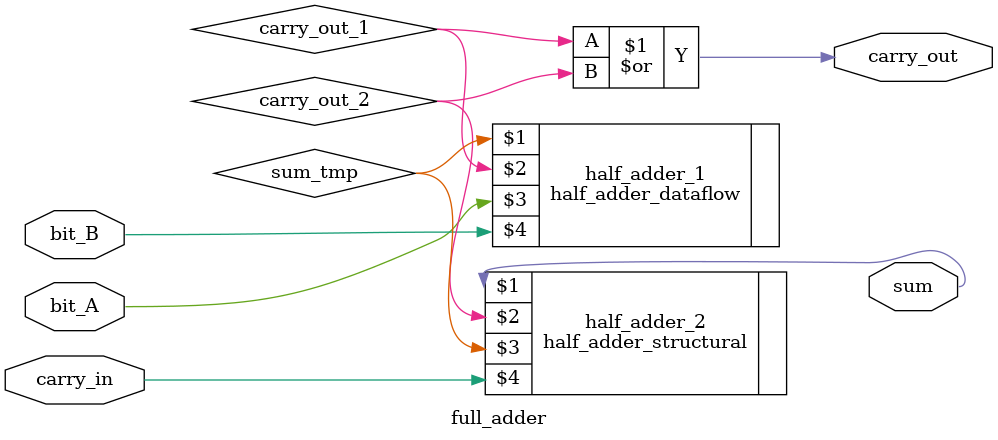
<source format=v>
`timescale 1ns / 1ps


module full_adder(
		output sum,
		output carry_out,
		input bit_A,
		input bit_B,
		input carry_in
    );
	
	// TODO 1.4: Implementati un full-adder folosind dou instante ale modulului half-adder creat anterior.
	wire sum_tmp;
	wire carry_out_1;
	wire carry_out_2;
	half_adder_dataflow half_adder_1(sum_tmp, carry_out_1, bit_A, bit_B);
	half_adder_structural half_adder_2 (sum, carry_out_2, sum_tmp, carry_in);
	or(carry_out, carry_out_1, carry_out_2);
	
endmodule

</source>
